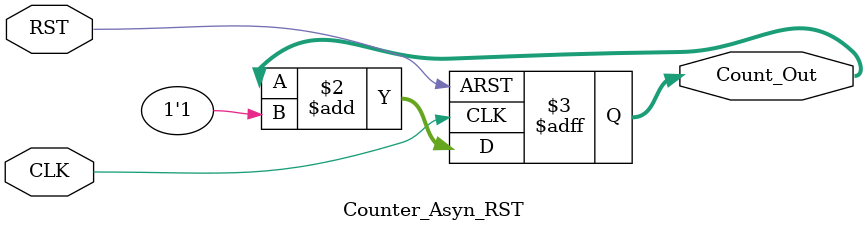
<source format=v>
module Counter_Asyn_RST(
	input							CLK,
	input							RST,
	output	reg	[7:0]		Count_Out
);

always @(posedge CLK or posedge RST)
begin
	if (RST)
		Count_Out <= 8'b00000000;
	else
		Count_Out <= Count_Out + 1'b1;
end

endmodule 
</source>
